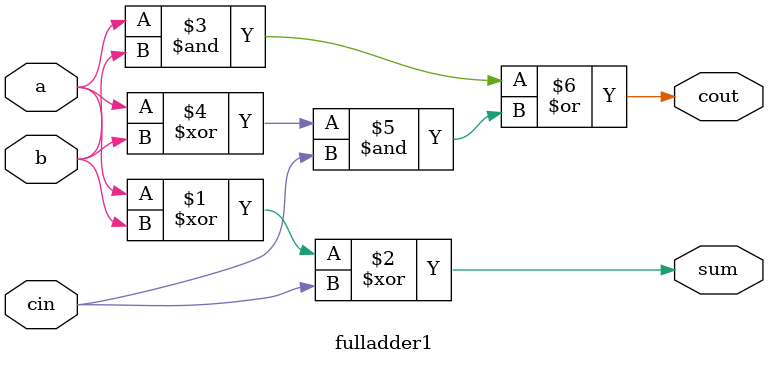
<source format=sv>
module fulladder1(output sum, cout, input a, b, cin);
  
  assign sum=a^b^cin;
  assign cout=(a&b)|((a^b)&cin);
  
endmodule
</source>
